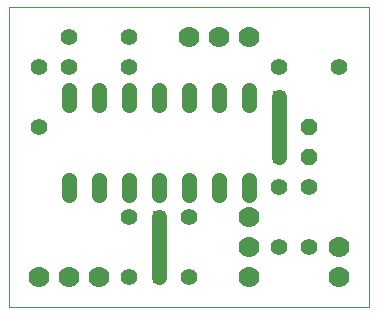
<source format=gtl>
G75*
%MOIN*%
%OFA0B0*%
%FSLAX25Y25*%
%IPPOS*%
%LPD*%
%AMOC8*
5,1,8,0,0,1.08239X$1,22.5*
%
%ADD10C,0.00000*%
%ADD11C,0.05543*%
%ADD12OC8,0.05200*%
%ADD13C,0.05150*%
%ADD14C,0.07000*%
%ADD15C,0.05000*%
%ADD16R,0.03962X0.03962*%
D10*
X0027425Y0067313D02*
X0147425Y0067313D01*
X0147425Y0167313D01*
X0027425Y0167313D01*
X0027425Y0067313D01*
D11*
X0067425Y0077313D03*
X0067425Y0097313D03*
X0087425Y0097313D03*
X0087425Y0077313D03*
X0117425Y0087313D03*
X0127425Y0087313D03*
X0127425Y0107313D03*
X0117425Y0107313D03*
X0117425Y0147313D03*
X0137425Y0147313D03*
X0067425Y0147313D03*
X0067425Y0157313D03*
X0047425Y0157313D03*
X0047425Y0147313D03*
X0037425Y0147313D03*
X0037425Y0127313D03*
D12*
X0127425Y0127313D03*
X0127425Y0117313D03*
D13*
X0107425Y0109888D02*
X0107425Y0104738D01*
X0097425Y0104738D02*
X0097425Y0109888D01*
X0087425Y0109888D02*
X0087425Y0104738D01*
X0077425Y0104738D02*
X0077425Y0109888D01*
X0067425Y0109888D02*
X0067425Y0104738D01*
X0057425Y0104738D02*
X0057425Y0109888D01*
X0047425Y0109888D02*
X0047425Y0104738D01*
X0047425Y0134738D02*
X0047425Y0139888D01*
X0057425Y0139888D02*
X0057425Y0134738D01*
X0067425Y0134738D02*
X0067425Y0139888D01*
X0077425Y0139888D02*
X0077425Y0134738D01*
X0087425Y0134738D02*
X0087425Y0139888D01*
X0097425Y0139888D02*
X0097425Y0134738D01*
X0107425Y0134738D02*
X0107425Y0139888D01*
D14*
X0107425Y0157313D03*
X0097425Y0157313D03*
X0087425Y0157313D03*
X0107425Y0097313D03*
X0107425Y0087313D03*
X0107425Y0077313D03*
X0137425Y0077313D03*
X0137425Y0087313D03*
X0057425Y0077313D03*
X0047425Y0077313D03*
X0037425Y0077313D03*
D15*
X0077425Y0077313D02*
X0077425Y0097313D01*
X0117425Y0117313D02*
X0117425Y0137313D01*
D16*
X0117425Y0137313D03*
X0117425Y0117313D03*
X0077425Y0097313D03*
X0077425Y0077313D03*
M02*

</source>
